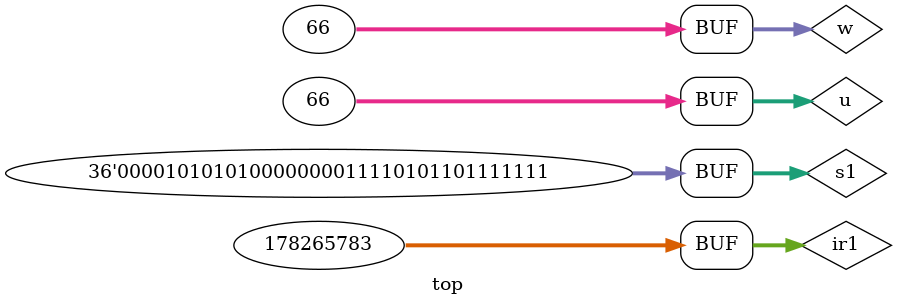
<source format=v>
/* Generated by Yosys 0.62+39 (git sha1 131911291-dirty, g++ 11.4.0-1ubuntu1~22.04.2 -Og -fPIC) */

(* keep =  1  *)
(* src = "dut.sv:1.1-88.10" *)
(* top =  1  *)
module top();
  (* src = "dut.sv:56.16-56.19" *)
  (* wiretype = "\\instruction_t" *)
  wire [31:0] ir1;
  (* src = "dut.sv:57.6-57.8" *)
  wire [35:0] s1;
  (* src = "dut.sv:82.4-82.5" *)
  wire [31:0] u;
  (* src = "dut.sv:12.6-12.7" *)
  (* wiretype = "\\w_t" *)
  wire [31:0] w;
  (* src = "dut.sv:72.3-72.30" *)
  \$check  #(
    .ARGS_WIDTH(32'd0),
    .FLAVOR("assert"),
    .FORMAT(),
    .PRIORITY(32'd4294967295),
    .TRG_ENABLE(32'd0),
    .TRG_POLARITY(),
    .TRG_WIDTH(32'd0)
  ) _0_ (
    .A(1'h1),
    .ARGS(),
    .EN(1'h1),
    .TRG()
  );
  assign u = 32'd66;
  assign s1 = 36'h0aa01eb7f;
  assign ir1 = 32'd178265783;
  assign w = 32'd66;
endmodule

</source>
